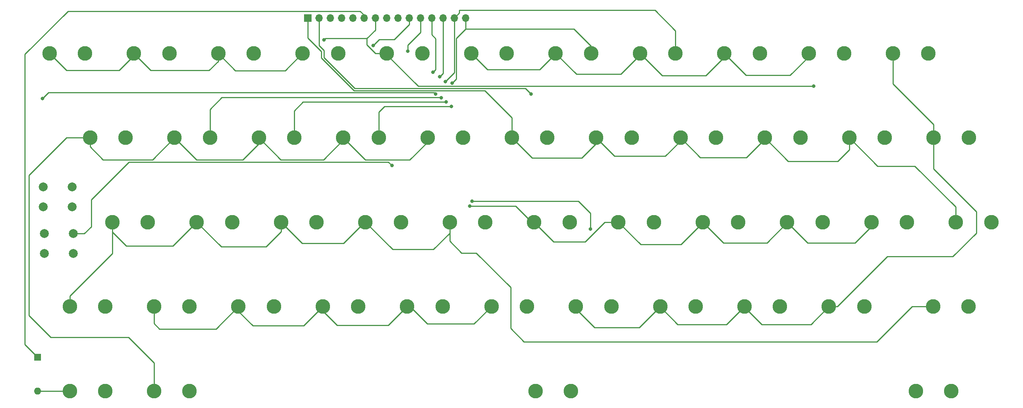
<source format=gbr>
G04 #@! TF.GenerationSoftware,KiCad,Pcbnew,(5.1.5)-2*
G04 #@! TF.CreationDate,2020-04-02T11:08:13+02:00*
G04 #@! TF.ProjectId,TI-99_kbd,54492d39-395f-46b6-9264-2e6b69636164,rev?*
G04 #@! TF.SameCoordinates,Original*
G04 #@! TF.FileFunction,Copper,L2,Bot*
G04 #@! TF.FilePolarity,Positive*
%FSLAX46Y46*%
G04 Gerber Fmt 4.6, Leading zero omitted, Abs format (unit mm)*
G04 Created by KiCad (PCBNEW (5.1.5)-2) date 2020-04-02 11:08:13*
%MOMM*%
%LPD*%
G04 APERTURE LIST*
%ADD10C,3.300000*%
%ADD11O,1.600000X1.600000*%
%ADD12R,1.600000X1.600000*%
%ADD13O,1.700000X1.700000*%
%ADD14R,1.700000X1.700000*%
%ADD15C,2.000000*%
%ADD16C,0.800000*%
%ADD17C,0.250000*%
G04 APERTURE END LIST*
D10*
X77260000Y-129180000D03*
X69260000Y-129180000D03*
X78860000Y-110180000D03*
X86860000Y-110180000D03*
D11*
X42990000Y-148190000D03*
D12*
X42990000Y-140570000D03*
D13*
X139420000Y-64180000D03*
X136880000Y-64180000D03*
X134340000Y-64180000D03*
X131800000Y-64180000D03*
X129260000Y-64180000D03*
X126720000Y-64180000D03*
X124180000Y-64180000D03*
X121640000Y-64180000D03*
X119100000Y-64180000D03*
X116560000Y-64180000D03*
X114020000Y-64180000D03*
X111480000Y-64180000D03*
X108940000Y-64180000D03*
X106400000Y-64180000D03*
D14*
X103860000Y-64180000D03*
D10*
X45710000Y-72180000D03*
X53710000Y-72180000D03*
X64710000Y-72180000D03*
X72710000Y-72180000D03*
X83710000Y-72180000D03*
X91710000Y-72180000D03*
X102710000Y-72180000D03*
X110710000Y-72180000D03*
X121710000Y-72180000D03*
X129710000Y-72180000D03*
X140710000Y-72180000D03*
X148710000Y-72180000D03*
X159710000Y-72180000D03*
X167710000Y-72180000D03*
X178710000Y-72180000D03*
X186710000Y-72180000D03*
X197710000Y-72180000D03*
X205710000Y-72180000D03*
X216710000Y-72180000D03*
X224710000Y-72180000D03*
X243710000Y-72180000D03*
X235710000Y-72180000D03*
X62860000Y-91180000D03*
X54860000Y-91180000D03*
X81860000Y-91180000D03*
X73860000Y-91180000D03*
X100860000Y-91180000D03*
X92860000Y-91180000D03*
X119860000Y-91180000D03*
X111860000Y-91180000D03*
X138860000Y-91180000D03*
X130860000Y-91180000D03*
X157860000Y-91180000D03*
X149860000Y-91180000D03*
X168860000Y-91180000D03*
X176860000Y-91180000D03*
X195860000Y-91180000D03*
X187860000Y-91180000D03*
X214860000Y-91180000D03*
X206860000Y-91180000D03*
X233860000Y-91180000D03*
X225860000Y-91180000D03*
X252860000Y-91180000D03*
X244860000Y-91180000D03*
X59860000Y-110180000D03*
X67860000Y-110180000D03*
X97860000Y-110180000D03*
X105860000Y-110180000D03*
X116860000Y-110180000D03*
X124860000Y-110180000D03*
X135860000Y-110180000D03*
X143860000Y-110180000D03*
X154860000Y-110180000D03*
X162860000Y-110180000D03*
X181860000Y-110180000D03*
X173860000Y-110180000D03*
X192860000Y-110180000D03*
X200860000Y-110180000D03*
X211860000Y-110180000D03*
X219860000Y-110180000D03*
X230860000Y-110180000D03*
X238860000Y-110180000D03*
X257860000Y-110180000D03*
X249860000Y-110180000D03*
X50260000Y-129180000D03*
X58260000Y-129180000D03*
X96260000Y-129180000D03*
X88260000Y-129180000D03*
X115260000Y-129180000D03*
X107260000Y-129180000D03*
X134260000Y-129180000D03*
X126260000Y-129180000D03*
X153260000Y-129180000D03*
X145260000Y-129180000D03*
X172260000Y-129180000D03*
X164260000Y-129180000D03*
X191270000Y-129180000D03*
X183270000Y-129180000D03*
X210260000Y-129180000D03*
X202260000Y-129180000D03*
X229260000Y-129180000D03*
X221260000Y-129180000D03*
X252760000Y-129180000D03*
X244760000Y-129180000D03*
X58260000Y-148180000D03*
X50260000Y-148180000D03*
X77260000Y-148180000D03*
X69260000Y-148180000D03*
X155160000Y-148180000D03*
X163160000Y-148180000D03*
X240860000Y-148180000D03*
X248860000Y-148180000D03*
D15*
X44310000Y-106720000D03*
X44310000Y-102220000D03*
X50810000Y-106720000D03*
X50810000Y-102220000D03*
X51030000Y-112750000D03*
X51030000Y-117250000D03*
X44530000Y-112750000D03*
X44530000Y-117250000D03*
D16*
X136420000Y-78840000D03*
X136210000Y-84140000D03*
X134860000Y-78530000D03*
X135060000Y-83100000D03*
X133610000Y-77390000D03*
X133920000Y-82170000D03*
X44080000Y-82360000D03*
X132670000Y-81320000D03*
X132050000Y-76430000D03*
X126370000Y-71690000D03*
X118610000Y-70410000D03*
X217850000Y-79570000D03*
X107510000Y-69130000D03*
X140850000Y-105450000D03*
X167570000Y-111700000D03*
X140340000Y-106570000D03*
X154170000Y-81340000D03*
X122820000Y-97420000D03*
D17*
X43000000Y-148180000D02*
X42990000Y-148190000D01*
X50260000Y-148180000D02*
X43000000Y-148180000D01*
X40160000Y-137740000D02*
X42990000Y-140570000D01*
X116560000Y-63560000D02*
X115680000Y-62680000D01*
X116560000Y-64180000D02*
X116560000Y-63560000D01*
X115680000Y-62680000D02*
X49850000Y-62680000D01*
X40160000Y-72370000D02*
X40160000Y-137740000D01*
X49850000Y-62680000D02*
X40160000Y-72370000D01*
X139420000Y-64180000D02*
X139420000Y-66690000D01*
X139420000Y-66690000D02*
X137350000Y-68760000D01*
X137350000Y-68760000D02*
X137350000Y-77910000D01*
X137350000Y-77910000D02*
X136420000Y-78840000D01*
X136210000Y-84140000D02*
X121140000Y-84140000D01*
X119860000Y-85420000D02*
X119860000Y-91180000D01*
X121140000Y-84140000D02*
X119860000Y-85420000D01*
X167710000Y-72180000D02*
X167710000Y-70590000D01*
X163810000Y-66690000D02*
X139420000Y-66690000D01*
X167710000Y-70590000D02*
X163810000Y-66690000D01*
X136880000Y-64180000D02*
X136880000Y-76510000D01*
X136880000Y-76510000D02*
X134860000Y-78530000D01*
X186710000Y-72180000D02*
X186710000Y-70280000D01*
X186710000Y-72180000D02*
X186710000Y-67060000D01*
X186710000Y-67060000D02*
X182090000Y-62440000D01*
X182090000Y-62440000D02*
X138020000Y-62440000D01*
X138020000Y-63040000D02*
X136880000Y-64180000D01*
X138020000Y-62440000D02*
X138020000Y-63040000D01*
X100860000Y-85090000D02*
X100860000Y-91180000D01*
X102810000Y-83140000D02*
X100860000Y-85090000D01*
X135060000Y-83100000D02*
X135020000Y-83140000D01*
X135020000Y-83140000D02*
X102810000Y-83140000D01*
X134340000Y-64180000D02*
X134340000Y-76660000D01*
X134340000Y-76660000D02*
X133610000Y-77390000D01*
X81860000Y-84760000D02*
X81860000Y-91180000D01*
X133920000Y-82170000D02*
X133840000Y-82090000D01*
X84530000Y-82090000D02*
X81860000Y-84760000D01*
X133840000Y-82090000D02*
X84530000Y-82090000D01*
X58260000Y-129180000D02*
X58260000Y-128700000D01*
X132050000Y-76430000D02*
X132670000Y-75810000D01*
X132670000Y-75810000D02*
X132670000Y-68850000D01*
X131800000Y-67980000D02*
X131800000Y-64180000D01*
X132670000Y-68850000D02*
X131800000Y-67980000D01*
X132330000Y-80980000D02*
X132670000Y-81320000D01*
X44080000Y-82360000D02*
X45460000Y-80980000D01*
X45460000Y-80980000D02*
X132330000Y-80980000D01*
X69260000Y-129180000D02*
X69260000Y-133010000D01*
X69260000Y-133010000D02*
X70450000Y-134200000D01*
X83240000Y-134200000D02*
X88260000Y-129180000D01*
X70450000Y-134200000D02*
X83240000Y-134200000D01*
X88260000Y-129180000D02*
X88260000Y-130220000D01*
X88260000Y-130220000D02*
X91540000Y-133500000D01*
X102940000Y-133500000D02*
X107260000Y-129180000D01*
X91540000Y-133500000D02*
X102940000Y-133500000D01*
X107260000Y-129180000D02*
X107260000Y-130140000D01*
X107260000Y-130140000D02*
X110520000Y-133400000D01*
X122040000Y-133400000D02*
X126260000Y-129180000D01*
X110520000Y-133400000D02*
X122040000Y-133400000D01*
X126260000Y-129180000D02*
X126880000Y-129180000D01*
X126880000Y-129180000D02*
X130790000Y-133090000D01*
X141350000Y-133090000D02*
X145260000Y-129180000D01*
X130790000Y-133090000D02*
X141350000Y-133090000D01*
X126370000Y-71690000D02*
X126370000Y-70290000D01*
X129260000Y-67400000D02*
X129260000Y-64180000D01*
X126370000Y-70290000D02*
X129260000Y-67400000D01*
X92860000Y-91180000D02*
X92860000Y-92510000D01*
X92860000Y-92510000D02*
X89230000Y-96140000D01*
X78820000Y-96140000D02*
X73860000Y-91180000D01*
X89230000Y-96140000D02*
X78820000Y-96140000D01*
X126720000Y-64180000D02*
X126720000Y-65660000D01*
X126720000Y-65660000D02*
X123340000Y-69040000D01*
X123340000Y-69040000D02*
X119980000Y-69040000D01*
X119980000Y-69040000D02*
X118610000Y-70410000D01*
X68930000Y-96110000D02*
X73860000Y-91180000D01*
X54860000Y-91180000D02*
X54860000Y-93200000D01*
X57770000Y-96110000D02*
X68930000Y-96110000D01*
X54860000Y-93200000D02*
X57770000Y-96110000D01*
X97800000Y-96120000D02*
X92860000Y-91180000D01*
X107420000Y-96120000D02*
X97800000Y-96120000D01*
X111860000Y-91180000D02*
X111860000Y-91680000D01*
X111860000Y-91680000D02*
X107420000Y-96120000D01*
X126870000Y-96160000D02*
X116840000Y-96160000D01*
X130860000Y-91180000D02*
X130860000Y-92170000D01*
X116840000Y-96160000D02*
X111860000Y-91180000D01*
X130860000Y-92170000D02*
X126870000Y-96160000D01*
X49510000Y-91180000D02*
X54860000Y-91180000D01*
X69260000Y-141850000D02*
X63520000Y-136110000D01*
X41040000Y-99650000D02*
X49510000Y-91180000D01*
X69260000Y-148180000D02*
X69260000Y-141850000D01*
X63520000Y-136110000D02*
X45960000Y-136110000D01*
X45960000Y-136110000D02*
X41040000Y-131190000D01*
X41040000Y-131190000D02*
X41040000Y-99650000D01*
X121710000Y-72180000D02*
X121710000Y-72490000D01*
X121710000Y-72490000D02*
X128790000Y-79570000D01*
X128790000Y-79570000D02*
X217850000Y-79570000D01*
X107510000Y-69130000D02*
X107830000Y-68810000D01*
X107830000Y-68810000D02*
X117180000Y-68810000D01*
X119100000Y-66890000D02*
X119100000Y-64180000D01*
X117180000Y-68810000D02*
X119100000Y-66890000D01*
X121710000Y-72180000D02*
X119090000Y-72180000D01*
X117180000Y-70270000D02*
X117180000Y-68810000D01*
X119090000Y-72180000D02*
X117180000Y-70270000D01*
X98780000Y-76060000D02*
X87590000Y-76060000D01*
X102710000Y-72180000D02*
X102660000Y-72180000D01*
X87590000Y-76060000D02*
X83710000Y-72180000D01*
X102660000Y-72180000D02*
X98780000Y-76060000D01*
X81650000Y-76000000D02*
X68530000Y-76000000D01*
X83710000Y-72180000D02*
X83710000Y-73940000D01*
X68530000Y-76000000D02*
X64710000Y-72180000D01*
X83710000Y-73940000D02*
X81650000Y-76000000D01*
X49530000Y-76000000D02*
X45710000Y-72180000D01*
X61410000Y-76000000D02*
X49530000Y-76000000D01*
X64710000Y-72180000D02*
X64710000Y-72700000D01*
X64710000Y-72700000D02*
X61410000Y-76000000D01*
X164260000Y-129180000D02*
X164260000Y-129650000D01*
X164260000Y-129650000D02*
X168510000Y-133900000D01*
X178550000Y-133900000D02*
X183270000Y-129180000D01*
X168510000Y-133900000D02*
X178550000Y-133900000D01*
X183270000Y-129180000D02*
X183270000Y-129280000D01*
X183270000Y-129280000D02*
X187180000Y-133190000D01*
X198250000Y-133190000D02*
X202260000Y-129180000D01*
X187180000Y-133190000D02*
X198250000Y-133190000D01*
X202260000Y-129180000D02*
X202260000Y-129300000D01*
X202260000Y-129300000D02*
X206150000Y-133190000D01*
X217250000Y-133190000D02*
X221260000Y-129180000D01*
X206150000Y-133190000D02*
X217250000Y-133190000D01*
X221260000Y-129180000D02*
X223170000Y-129180000D01*
X223170000Y-129180000D02*
X234420000Y-117930000D01*
X234420000Y-117930000D02*
X249190000Y-117930000D01*
X249190000Y-117930000D02*
X254510000Y-112610000D01*
X254510000Y-112610000D02*
X254510000Y-107790000D01*
X244860000Y-98140000D02*
X244860000Y-91180000D01*
X254510000Y-107790000D02*
X244860000Y-98140000D01*
X244860000Y-91180000D02*
X244860000Y-88200000D01*
X235710000Y-79050000D02*
X235710000Y-72180000D01*
X244860000Y-88200000D02*
X235710000Y-79050000D01*
X140850000Y-105450000D02*
X164830000Y-105450000D01*
X164830000Y-105450000D02*
X167570000Y-108190000D01*
X167570000Y-108190000D02*
X167570000Y-111700000D01*
X230860000Y-110180000D02*
X230860000Y-111150000D01*
X230860000Y-111150000D02*
X227200000Y-114810000D01*
X216490000Y-114810000D02*
X211860000Y-110180000D01*
X227200000Y-114810000D02*
X216490000Y-114810000D01*
X211860000Y-110180000D02*
X211860000Y-110270000D01*
X211860000Y-110270000D02*
X207320000Y-114810000D01*
X197490000Y-114810000D02*
X192860000Y-110180000D01*
X207320000Y-114810000D02*
X197490000Y-114810000D01*
X192860000Y-110180000D02*
X192860000Y-110290000D01*
X192860000Y-110290000D02*
X187930000Y-115220000D01*
X178900000Y-115220000D02*
X173860000Y-110180000D01*
X187930000Y-115220000D02*
X178900000Y-115220000D01*
X173860000Y-110180000D02*
X170780000Y-110180000D01*
X170780000Y-110180000D02*
X166350000Y-114610000D01*
X159290000Y-114610000D02*
X154860000Y-110180000D01*
X166350000Y-114610000D02*
X159290000Y-114610000D01*
X140340000Y-106570000D02*
X150700000Y-106570000D01*
X154310000Y-110180000D02*
X154860000Y-110180000D01*
X150700000Y-106570000D02*
X154310000Y-110180000D01*
X50260000Y-129180000D02*
X50260000Y-126780000D01*
X59860000Y-117180000D02*
X59860000Y-110180000D01*
X50260000Y-126780000D02*
X59860000Y-117180000D01*
X59860000Y-110180000D02*
X59860000Y-112360000D01*
X59860000Y-112360000D02*
X63020000Y-115520000D01*
X73520000Y-115520000D02*
X78860000Y-110180000D01*
X63020000Y-115520000D02*
X73520000Y-115520000D01*
X244760000Y-129180000D02*
X240040000Y-129180000D01*
X240040000Y-129180000D02*
X232110000Y-137110000D01*
X232110000Y-137110000D02*
X152580000Y-137110000D01*
X152580000Y-137110000D02*
X149580000Y-134110000D01*
X149580000Y-134110000D02*
X149580000Y-124870000D01*
X149580000Y-124870000D02*
X141840000Y-117130000D01*
X141840000Y-117130000D02*
X138530000Y-117130000D01*
X135860000Y-114460000D02*
X135860000Y-110180000D01*
X138530000Y-117130000D02*
X135860000Y-114460000D01*
X135860000Y-110180000D02*
X135860000Y-112670000D01*
X135860000Y-112670000D02*
X132210000Y-116320000D01*
X123000000Y-116320000D02*
X116860000Y-110180000D01*
X132210000Y-116320000D02*
X123000000Y-116320000D01*
X116860000Y-110180000D02*
X116660000Y-110180000D01*
X116660000Y-110180000D02*
X111930000Y-114910000D01*
X102590000Y-114910000D02*
X97860000Y-110180000D01*
X111930000Y-114910000D02*
X102590000Y-114910000D01*
X97860000Y-110180000D02*
X97860000Y-112310000D01*
X97860000Y-112310000D02*
X94450000Y-115720000D01*
X84400000Y-115720000D02*
X78860000Y-110180000D01*
X94450000Y-115720000D02*
X84400000Y-115720000D01*
X216710000Y-72180000D02*
X216710000Y-72900000D01*
X216710000Y-72900000D02*
X212550000Y-77060000D01*
X202590000Y-77060000D02*
X197710000Y-72180000D01*
X212550000Y-77060000D02*
X202590000Y-77060000D01*
X197710000Y-72180000D02*
X197710000Y-73030000D01*
X197710000Y-73030000D02*
X193580000Y-77160000D01*
X183690000Y-77160000D02*
X178710000Y-72180000D01*
X193580000Y-77160000D02*
X183690000Y-77160000D01*
X178710000Y-72180000D02*
X178710000Y-72540000D01*
X178710000Y-72540000D02*
X174390000Y-76860000D01*
X164390000Y-76860000D02*
X159710000Y-72180000D01*
X174390000Y-76860000D02*
X164390000Y-76860000D01*
X159710000Y-72180000D02*
X159710000Y-72270000D01*
X159710000Y-72270000D02*
X156130000Y-75850000D01*
X144380000Y-75850000D02*
X140710000Y-72180000D01*
X156130000Y-75850000D02*
X144380000Y-75850000D01*
X106400000Y-70440000D02*
X107500000Y-71540000D01*
X152880000Y-80050000D02*
X154170000Y-81340000D01*
X106400000Y-64180000D02*
X106400000Y-70440000D01*
X107500000Y-71540000D02*
X107500000Y-73070000D01*
X107500000Y-73070000D02*
X114480000Y-80050000D01*
X114480000Y-80050000D02*
X152880000Y-80050000D01*
X122010000Y-96610000D02*
X122820000Y-97420000D01*
X55080000Y-105100000D02*
X63570000Y-96610000D01*
X63570000Y-96610000D02*
X122010000Y-96610000D01*
X55080000Y-105100000D02*
X55080000Y-111190000D01*
X53520000Y-112750000D02*
X51030000Y-112750000D01*
X55080000Y-111190000D02*
X53520000Y-112750000D01*
X249860000Y-110180000D02*
X249860000Y-106750000D01*
X249860000Y-106750000D02*
X240650000Y-97540000D01*
X232220000Y-97540000D02*
X225860000Y-91180000D01*
X240650000Y-97540000D02*
X232220000Y-97540000D01*
X225860000Y-91180000D02*
X225860000Y-93850000D01*
X225860000Y-93850000D02*
X223270000Y-96440000D01*
X212120000Y-96440000D02*
X206860000Y-91180000D01*
X223270000Y-96440000D02*
X212120000Y-96440000D01*
X206860000Y-91180000D02*
X206860000Y-91470000D01*
X206860000Y-91470000D02*
X202690000Y-95640000D01*
X192320000Y-95640000D02*
X187860000Y-91180000D01*
X202690000Y-95640000D02*
X192320000Y-95640000D01*
X187860000Y-91180000D02*
X187860000Y-91900000D01*
X187860000Y-91900000D02*
X184430000Y-95330000D01*
X173010000Y-95330000D02*
X168860000Y-91180000D01*
X184430000Y-95330000D02*
X173010000Y-95330000D01*
X168860000Y-91180000D02*
X168860000Y-92520000D01*
X168860000Y-92520000D02*
X165640000Y-95740000D01*
X154420000Y-95740000D02*
X149860000Y-91180000D01*
X165640000Y-95740000D02*
X154420000Y-95740000D01*
X103860000Y-68670000D02*
X106950000Y-71760000D01*
X149860000Y-86620000D02*
X149860000Y-91180000D01*
X103860000Y-64180000D02*
X103860000Y-68670000D01*
X114300000Y-80530000D02*
X143770000Y-80530000D01*
X106950000Y-71760000D02*
X106950000Y-73180000D01*
X143770000Y-80530000D02*
X149860000Y-86620000D01*
X106950000Y-73180000D02*
X114300000Y-80530000D01*
M02*

</source>
